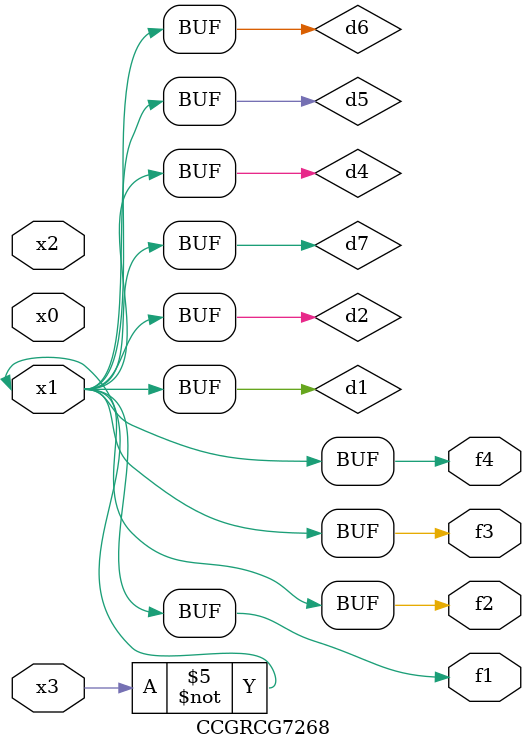
<source format=v>
module CCGRCG7268(
	input x0, x1, x2, x3,
	output f1, f2, f3, f4
);

	wire d1, d2, d3, d4, d5, d6, d7;

	not (d1, x3);
	buf (d2, x1);
	xnor (d3, d1, d2);
	nor (d4, d1);
	buf (d5, d1, d2);
	buf (d6, d4, d5);
	nand (d7, d4);
	assign f1 = d6;
	assign f2 = d7;
	assign f3 = d6;
	assign f4 = d6;
endmodule

</source>
